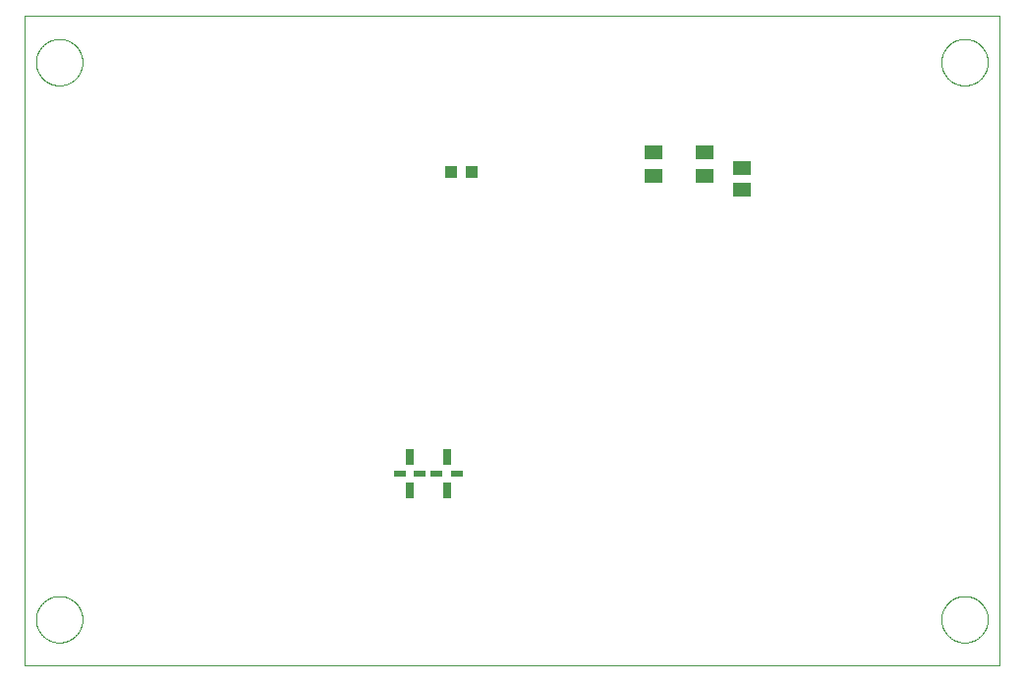
<source format=gbp>
G75*
%MOIN*%
%OFA0B0*%
%FSLAX25Y25*%
%IPPOS*%
%LPD*%
%AMOC8*
5,1,8,0,0,1.08239X$1,22.5*
%
%ADD10C,0.00004*%
%ADD11R,0.06299X0.05118*%
%ADD12R,0.04331X0.03937*%
%ADD13R,0.03150X0.05512*%
%ADD14R,0.04331X0.02362*%
%ADD15R,0.05906X0.05118*%
D10*
X0008565Y0001698D02*
X0008565Y0222171D01*
X0339274Y0222171D01*
X0339274Y0001698D01*
X0008565Y0001698D01*
X0012502Y0017446D02*
X0012504Y0017639D01*
X0012511Y0017832D01*
X0012523Y0018025D01*
X0012540Y0018218D01*
X0012561Y0018410D01*
X0012587Y0018601D01*
X0012618Y0018792D01*
X0012653Y0018982D01*
X0012693Y0019171D01*
X0012738Y0019359D01*
X0012787Y0019546D01*
X0012841Y0019732D01*
X0012899Y0019916D01*
X0012962Y0020099D01*
X0013030Y0020280D01*
X0013101Y0020459D01*
X0013178Y0020637D01*
X0013258Y0020813D01*
X0013343Y0020986D01*
X0013432Y0021158D01*
X0013525Y0021327D01*
X0013622Y0021494D01*
X0013724Y0021659D01*
X0013829Y0021821D01*
X0013938Y0021980D01*
X0014052Y0022137D01*
X0014169Y0022290D01*
X0014289Y0022441D01*
X0014414Y0022589D01*
X0014542Y0022734D01*
X0014673Y0022875D01*
X0014808Y0023014D01*
X0014947Y0023149D01*
X0015088Y0023280D01*
X0015233Y0023408D01*
X0015381Y0023533D01*
X0015532Y0023653D01*
X0015685Y0023770D01*
X0015842Y0023884D01*
X0016001Y0023993D01*
X0016163Y0024098D01*
X0016328Y0024200D01*
X0016495Y0024297D01*
X0016664Y0024390D01*
X0016836Y0024479D01*
X0017009Y0024564D01*
X0017185Y0024644D01*
X0017363Y0024721D01*
X0017542Y0024792D01*
X0017723Y0024860D01*
X0017906Y0024923D01*
X0018090Y0024981D01*
X0018276Y0025035D01*
X0018463Y0025084D01*
X0018651Y0025129D01*
X0018840Y0025169D01*
X0019030Y0025204D01*
X0019221Y0025235D01*
X0019412Y0025261D01*
X0019604Y0025282D01*
X0019797Y0025299D01*
X0019990Y0025311D01*
X0020183Y0025318D01*
X0020376Y0025320D01*
X0020569Y0025318D01*
X0020762Y0025311D01*
X0020955Y0025299D01*
X0021148Y0025282D01*
X0021340Y0025261D01*
X0021531Y0025235D01*
X0021722Y0025204D01*
X0021912Y0025169D01*
X0022101Y0025129D01*
X0022289Y0025084D01*
X0022476Y0025035D01*
X0022662Y0024981D01*
X0022846Y0024923D01*
X0023029Y0024860D01*
X0023210Y0024792D01*
X0023389Y0024721D01*
X0023567Y0024644D01*
X0023743Y0024564D01*
X0023916Y0024479D01*
X0024088Y0024390D01*
X0024257Y0024297D01*
X0024424Y0024200D01*
X0024589Y0024098D01*
X0024751Y0023993D01*
X0024910Y0023884D01*
X0025067Y0023770D01*
X0025220Y0023653D01*
X0025371Y0023533D01*
X0025519Y0023408D01*
X0025664Y0023280D01*
X0025805Y0023149D01*
X0025944Y0023014D01*
X0026079Y0022875D01*
X0026210Y0022734D01*
X0026338Y0022589D01*
X0026463Y0022441D01*
X0026583Y0022290D01*
X0026700Y0022137D01*
X0026814Y0021980D01*
X0026923Y0021821D01*
X0027028Y0021659D01*
X0027130Y0021494D01*
X0027227Y0021327D01*
X0027320Y0021158D01*
X0027409Y0020986D01*
X0027494Y0020813D01*
X0027574Y0020637D01*
X0027651Y0020459D01*
X0027722Y0020280D01*
X0027790Y0020099D01*
X0027853Y0019916D01*
X0027911Y0019732D01*
X0027965Y0019546D01*
X0028014Y0019359D01*
X0028059Y0019171D01*
X0028099Y0018982D01*
X0028134Y0018792D01*
X0028165Y0018601D01*
X0028191Y0018410D01*
X0028212Y0018218D01*
X0028229Y0018025D01*
X0028241Y0017832D01*
X0028248Y0017639D01*
X0028250Y0017446D01*
X0028248Y0017253D01*
X0028241Y0017060D01*
X0028229Y0016867D01*
X0028212Y0016674D01*
X0028191Y0016482D01*
X0028165Y0016291D01*
X0028134Y0016100D01*
X0028099Y0015910D01*
X0028059Y0015721D01*
X0028014Y0015533D01*
X0027965Y0015346D01*
X0027911Y0015160D01*
X0027853Y0014976D01*
X0027790Y0014793D01*
X0027722Y0014612D01*
X0027651Y0014433D01*
X0027574Y0014255D01*
X0027494Y0014079D01*
X0027409Y0013906D01*
X0027320Y0013734D01*
X0027227Y0013565D01*
X0027130Y0013398D01*
X0027028Y0013233D01*
X0026923Y0013071D01*
X0026814Y0012912D01*
X0026700Y0012755D01*
X0026583Y0012602D01*
X0026463Y0012451D01*
X0026338Y0012303D01*
X0026210Y0012158D01*
X0026079Y0012017D01*
X0025944Y0011878D01*
X0025805Y0011743D01*
X0025664Y0011612D01*
X0025519Y0011484D01*
X0025371Y0011359D01*
X0025220Y0011239D01*
X0025067Y0011122D01*
X0024910Y0011008D01*
X0024751Y0010899D01*
X0024589Y0010794D01*
X0024424Y0010692D01*
X0024257Y0010595D01*
X0024088Y0010502D01*
X0023916Y0010413D01*
X0023743Y0010328D01*
X0023567Y0010248D01*
X0023389Y0010171D01*
X0023210Y0010100D01*
X0023029Y0010032D01*
X0022846Y0009969D01*
X0022662Y0009911D01*
X0022476Y0009857D01*
X0022289Y0009808D01*
X0022101Y0009763D01*
X0021912Y0009723D01*
X0021722Y0009688D01*
X0021531Y0009657D01*
X0021340Y0009631D01*
X0021148Y0009610D01*
X0020955Y0009593D01*
X0020762Y0009581D01*
X0020569Y0009574D01*
X0020376Y0009572D01*
X0020183Y0009574D01*
X0019990Y0009581D01*
X0019797Y0009593D01*
X0019604Y0009610D01*
X0019412Y0009631D01*
X0019221Y0009657D01*
X0019030Y0009688D01*
X0018840Y0009723D01*
X0018651Y0009763D01*
X0018463Y0009808D01*
X0018276Y0009857D01*
X0018090Y0009911D01*
X0017906Y0009969D01*
X0017723Y0010032D01*
X0017542Y0010100D01*
X0017363Y0010171D01*
X0017185Y0010248D01*
X0017009Y0010328D01*
X0016836Y0010413D01*
X0016664Y0010502D01*
X0016495Y0010595D01*
X0016328Y0010692D01*
X0016163Y0010794D01*
X0016001Y0010899D01*
X0015842Y0011008D01*
X0015685Y0011122D01*
X0015532Y0011239D01*
X0015381Y0011359D01*
X0015233Y0011484D01*
X0015088Y0011612D01*
X0014947Y0011743D01*
X0014808Y0011878D01*
X0014673Y0012017D01*
X0014542Y0012158D01*
X0014414Y0012303D01*
X0014289Y0012451D01*
X0014169Y0012602D01*
X0014052Y0012755D01*
X0013938Y0012912D01*
X0013829Y0013071D01*
X0013724Y0013233D01*
X0013622Y0013398D01*
X0013525Y0013565D01*
X0013432Y0013734D01*
X0013343Y0013906D01*
X0013258Y0014079D01*
X0013178Y0014255D01*
X0013101Y0014433D01*
X0013030Y0014612D01*
X0012962Y0014793D01*
X0012899Y0014976D01*
X0012841Y0015160D01*
X0012787Y0015346D01*
X0012738Y0015533D01*
X0012693Y0015721D01*
X0012653Y0015910D01*
X0012618Y0016100D01*
X0012587Y0016291D01*
X0012561Y0016482D01*
X0012540Y0016674D01*
X0012523Y0016867D01*
X0012511Y0017060D01*
X0012504Y0017253D01*
X0012502Y0017446D01*
X0012502Y0206423D02*
X0012504Y0206616D01*
X0012511Y0206809D01*
X0012523Y0207002D01*
X0012540Y0207195D01*
X0012561Y0207387D01*
X0012587Y0207578D01*
X0012618Y0207769D01*
X0012653Y0207959D01*
X0012693Y0208148D01*
X0012738Y0208336D01*
X0012787Y0208523D01*
X0012841Y0208709D01*
X0012899Y0208893D01*
X0012962Y0209076D01*
X0013030Y0209257D01*
X0013101Y0209436D01*
X0013178Y0209614D01*
X0013258Y0209790D01*
X0013343Y0209963D01*
X0013432Y0210135D01*
X0013525Y0210304D01*
X0013622Y0210471D01*
X0013724Y0210636D01*
X0013829Y0210798D01*
X0013938Y0210957D01*
X0014052Y0211114D01*
X0014169Y0211267D01*
X0014289Y0211418D01*
X0014414Y0211566D01*
X0014542Y0211711D01*
X0014673Y0211852D01*
X0014808Y0211991D01*
X0014947Y0212126D01*
X0015088Y0212257D01*
X0015233Y0212385D01*
X0015381Y0212510D01*
X0015532Y0212630D01*
X0015685Y0212747D01*
X0015842Y0212861D01*
X0016001Y0212970D01*
X0016163Y0213075D01*
X0016328Y0213177D01*
X0016495Y0213274D01*
X0016664Y0213367D01*
X0016836Y0213456D01*
X0017009Y0213541D01*
X0017185Y0213621D01*
X0017363Y0213698D01*
X0017542Y0213769D01*
X0017723Y0213837D01*
X0017906Y0213900D01*
X0018090Y0213958D01*
X0018276Y0214012D01*
X0018463Y0214061D01*
X0018651Y0214106D01*
X0018840Y0214146D01*
X0019030Y0214181D01*
X0019221Y0214212D01*
X0019412Y0214238D01*
X0019604Y0214259D01*
X0019797Y0214276D01*
X0019990Y0214288D01*
X0020183Y0214295D01*
X0020376Y0214297D01*
X0020569Y0214295D01*
X0020762Y0214288D01*
X0020955Y0214276D01*
X0021148Y0214259D01*
X0021340Y0214238D01*
X0021531Y0214212D01*
X0021722Y0214181D01*
X0021912Y0214146D01*
X0022101Y0214106D01*
X0022289Y0214061D01*
X0022476Y0214012D01*
X0022662Y0213958D01*
X0022846Y0213900D01*
X0023029Y0213837D01*
X0023210Y0213769D01*
X0023389Y0213698D01*
X0023567Y0213621D01*
X0023743Y0213541D01*
X0023916Y0213456D01*
X0024088Y0213367D01*
X0024257Y0213274D01*
X0024424Y0213177D01*
X0024589Y0213075D01*
X0024751Y0212970D01*
X0024910Y0212861D01*
X0025067Y0212747D01*
X0025220Y0212630D01*
X0025371Y0212510D01*
X0025519Y0212385D01*
X0025664Y0212257D01*
X0025805Y0212126D01*
X0025944Y0211991D01*
X0026079Y0211852D01*
X0026210Y0211711D01*
X0026338Y0211566D01*
X0026463Y0211418D01*
X0026583Y0211267D01*
X0026700Y0211114D01*
X0026814Y0210957D01*
X0026923Y0210798D01*
X0027028Y0210636D01*
X0027130Y0210471D01*
X0027227Y0210304D01*
X0027320Y0210135D01*
X0027409Y0209963D01*
X0027494Y0209790D01*
X0027574Y0209614D01*
X0027651Y0209436D01*
X0027722Y0209257D01*
X0027790Y0209076D01*
X0027853Y0208893D01*
X0027911Y0208709D01*
X0027965Y0208523D01*
X0028014Y0208336D01*
X0028059Y0208148D01*
X0028099Y0207959D01*
X0028134Y0207769D01*
X0028165Y0207578D01*
X0028191Y0207387D01*
X0028212Y0207195D01*
X0028229Y0207002D01*
X0028241Y0206809D01*
X0028248Y0206616D01*
X0028250Y0206423D01*
X0028248Y0206230D01*
X0028241Y0206037D01*
X0028229Y0205844D01*
X0028212Y0205651D01*
X0028191Y0205459D01*
X0028165Y0205268D01*
X0028134Y0205077D01*
X0028099Y0204887D01*
X0028059Y0204698D01*
X0028014Y0204510D01*
X0027965Y0204323D01*
X0027911Y0204137D01*
X0027853Y0203953D01*
X0027790Y0203770D01*
X0027722Y0203589D01*
X0027651Y0203410D01*
X0027574Y0203232D01*
X0027494Y0203056D01*
X0027409Y0202883D01*
X0027320Y0202711D01*
X0027227Y0202542D01*
X0027130Y0202375D01*
X0027028Y0202210D01*
X0026923Y0202048D01*
X0026814Y0201889D01*
X0026700Y0201732D01*
X0026583Y0201579D01*
X0026463Y0201428D01*
X0026338Y0201280D01*
X0026210Y0201135D01*
X0026079Y0200994D01*
X0025944Y0200855D01*
X0025805Y0200720D01*
X0025664Y0200589D01*
X0025519Y0200461D01*
X0025371Y0200336D01*
X0025220Y0200216D01*
X0025067Y0200099D01*
X0024910Y0199985D01*
X0024751Y0199876D01*
X0024589Y0199771D01*
X0024424Y0199669D01*
X0024257Y0199572D01*
X0024088Y0199479D01*
X0023916Y0199390D01*
X0023743Y0199305D01*
X0023567Y0199225D01*
X0023389Y0199148D01*
X0023210Y0199077D01*
X0023029Y0199009D01*
X0022846Y0198946D01*
X0022662Y0198888D01*
X0022476Y0198834D01*
X0022289Y0198785D01*
X0022101Y0198740D01*
X0021912Y0198700D01*
X0021722Y0198665D01*
X0021531Y0198634D01*
X0021340Y0198608D01*
X0021148Y0198587D01*
X0020955Y0198570D01*
X0020762Y0198558D01*
X0020569Y0198551D01*
X0020376Y0198549D01*
X0020183Y0198551D01*
X0019990Y0198558D01*
X0019797Y0198570D01*
X0019604Y0198587D01*
X0019412Y0198608D01*
X0019221Y0198634D01*
X0019030Y0198665D01*
X0018840Y0198700D01*
X0018651Y0198740D01*
X0018463Y0198785D01*
X0018276Y0198834D01*
X0018090Y0198888D01*
X0017906Y0198946D01*
X0017723Y0199009D01*
X0017542Y0199077D01*
X0017363Y0199148D01*
X0017185Y0199225D01*
X0017009Y0199305D01*
X0016836Y0199390D01*
X0016664Y0199479D01*
X0016495Y0199572D01*
X0016328Y0199669D01*
X0016163Y0199771D01*
X0016001Y0199876D01*
X0015842Y0199985D01*
X0015685Y0200099D01*
X0015532Y0200216D01*
X0015381Y0200336D01*
X0015233Y0200461D01*
X0015088Y0200589D01*
X0014947Y0200720D01*
X0014808Y0200855D01*
X0014673Y0200994D01*
X0014542Y0201135D01*
X0014414Y0201280D01*
X0014289Y0201428D01*
X0014169Y0201579D01*
X0014052Y0201732D01*
X0013938Y0201889D01*
X0013829Y0202048D01*
X0013724Y0202210D01*
X0013622Y0202375D01*
X0013525Y0202542D01*
X0013432Y0202711D01*
X0013343Y0202883D01*
X0013258Y0203056D01*
X0013178Y0203232D01*
X0013101Y0203410D01*
X0013030Y0203589D01*
X0012962Y0203770D01*
X0012899Y0203953D01*
X0012841Y0204137D01*
X0012787Y0204323D01*
X0012738Y0204510D01*
X0012693Y0204698D01*
X0012653Y0204887D01*
X0012618Y0205077D01*
X0012587Y0205268D01*
X0012561Y0205459D01*
X0012540Y0205651D01*
X0012523Y0205844D01*
X0012511Y0206037D01*
X0012504Y0206230D01*
X0012502Y0206423D01*
X0319589Y0206423D02*
X0319591Y0206616D01*
X0319598Y0206809D01*
X0319610Y0207002D01*
X0319627Y0207195D01*
X0319648Y0207387D01*
X0319674Y0207578D01*
X0319705Y0207769D01*
X0319740Y0207959D01*
X0319780Y0208148D01*
X0319825Y0208336D01*
X0319874Y0208523D01*
X0319928Y0208709D01*
X0319986Y0208893D01*
X0320049Y0209076D01*
X0320117Y0209257D01*
X0320188Y0209436D01*
X0320265Y0209614D01*
X0320345Y0209790D01*
X0320430Y0209963D01*
X0320519Y0210135D01*
X0320612Y0210304D01*
X0320709Y0210471D01*
X0320811Y0210636D01*
X0320916Y0210798D01*
X0321025Y0210957D01*
X0321139Y0211114D01*
X0321256Y0211267D01*
X0321376Y0211418D01*
X0321501Y0211566D01*
X0321629Y0211711D01*
X0321760Y0211852D01*
X0321895Y0211991D01*
X0322034Y0212126D01*
X0322175Y0212257D01*
X0322320Y0212385D01*
X0322468Y0212510D01*
X0322619Y0212630D01*
X0322772Y0212747D01*
X0322929Y0212861D01*
X0323088Y0212970D01*
X0323250Y0213075D01*
X0323415Y0213177D01*
X0323582Y0213274D01*
X0323751Y0213367D01*
X0323923Y0213456D01*
X0324096Y0213541D01*
X0324272Y0213621D01*
X0324450Y0213698D01*
X0324629Y0213769D01*
X0324810Y0213837D01*
X0324993Y0213900D01*
X0325177Y0213958D01*
X0325363Y0214012D01*
X0325550Y0214061D01*
X0325738Y0214106D01*
X0325927Y0214146D01*
X0326117Y0214181D01*
X0326308Y0214212D01*
X0326499Y0214238D01*
X0326691Y0214259D01*
X0326884Y0214276D01*
X0327077Y0214288D01*
X0327270Y0214295D01*
X0327463Y0214297D01*
X0327656Y0214295D01*
X0327849Y0214288D01*
X0328042Y0214276D01*
X0328235Y0214259D01*
X0328427Y0214238D01*
X0328618Y0214212D01*
X0328809Y0214181D01*
X0328999Y0214146D01*
X0329188Y0214106D01*
X0329376Y0214061D01*
X0329563Y0214012D01*
X0329749Y0213958D01*
X0329933Y0213900D01*
X0330116Y0213837D01*
X0330297Y0213769D01*
X0330476Y0213698D01*
X0330654Y0213621D01*
X0330830Y0213541D01*
X0331003Y0213456D01*
X0331175Y0213367D01*
X0331344Y0213274D01*
X0331511Y0213177D01*
X0331676Y0213075D01*
X0331838Y0212970D01*
X0331997Y0212861D01*
X0332154Y0212747D01*
X0332307Y0212630D01*
X0332458Y0212510D01*
X0332606Y0212385D01*
X0332751Y0212257D01*
X0332892Y0212126D01*
X0333031Y0211991D01*
X0333166Y0211852D01*
X0333297Y0211711D01*
X0333425Y0211566D01*
X0333550Y0211418D01*
X0333670Y0211267D01*
X0333787Y0211114D01*
X0333901Y0210957D01*
X0334010Y0210798D01*
X0334115Y0210636D01*
X0334217Y0210471D01*
X0334314Y0210304D01*
X0334407Y0210135D01*
X0334496Y0209963D01*
X0334581Y0209790D01*
X0334661Y0209614D01*
X0334738Y0209436D01*
X0334809Y0209257D01*
X0334877Y0209076D01*
X0334940Y0208893D01*
X0334998Y0208709D01*
X0335052Y0208523D01*
X0335101Y0208336D01*
X0335146Y0208148D01*
X0335186Y0207959D01*
X0335221Y0207769D01*
X0335252Y0207578D01*
X0335278Y0207387D01*
X0335299Y0207195D01*
X0335316Y0207002D01*
X0335328Y0206809D01*
X0335335Y0206616D01*
X0335337Y0206423D01*
X0335335Y0206230D01*
X0335328Y0206037D01*
X0335316Y0205844D01*
X0335299Y0205651D01*
X0335278Y0205459D01*
X0335252Y0205268D01*
X0335221Y0205077D01*
X0335186Y0204887D01*
X0335146Y0204698D01*
X0335101Y0204510D01*
X0335052Y0204323D01*
X0334998Y0204137D01*
X0334940Y0203953D01*
X0334877Y0203770D01*
X0334809Y0203589D01*
X0334738Y0203410D01*
X0334661Y0203232D01*
X0334581Y0203056D01*
X0334496Y0202883D01*
X0334407Y0202711D01*
X0334314Y0202542D01*
X0334217Y0202375D01*
X0334115Y0202210D01*
X0334010Y0202048D01*
X0333901Y0201889D01*
X0333787Y0201732D01*
X0333670Y0201579D01*
X0333550Y0201428D01*
X0333425Y0201280D01*
X0333297Y0201135D01*
X0333166Y0200994D01*
X0333031Y0200855D01*
X0332892Y0200720D01*
X0332751Y0200589D01*
X0332606Y0200461D01*
X0332458Y0200336D01*
X0332307Y0200216D01*
X0332154Y0200099D01*
X0331997Y0199985D01*
X0331838Y0199876D01*
X0331676Y0199771D01*
X0331511Y0199669D01*
X0331344Y0199572D01*
X0331175Y0199479D01*
X0331003Y0199390D01*
X0330830Y0199305D01*
X0330654Y0199225D01*
X0330476Y0199148D01*
X0330297Y0199077D01*
X0330116Y0199009D01*
X0329933Y0198946D01*
X0329749Y0198888D01*
X0329563Y0198834D01*
X0329376Y0198785D01*
X0329188Y0198740D01*
X0328999Y0198700D01*
X0328809Y0198665D01*
X0328618Y0198634D01*
X0328427Y0198608D01*
X0328235Y0198587D01*
X0328042Y0198570D01*
X0327849Y0198558D01*
X0327656Y0198551D01*
X0327463Y0198549D01*
X0327270Y0198551D01*
X0327077Y0198558D01*
X0326884Y0198570D01*
X0326691Y0198587D01*
X0326499Y0198608D01*
X0326308Y0198634D01*
X0326117Y0198665D01*
X0325927Y0198700D01*
X0325738Y0198740D01*
X0325550Y0198785D01*
X0325363Y0198834D01*
X0325177Y0198888D01*
X0324993Y0198946D01*
X0324810Y0199009D01*
X0324629Y0199077D01*
X0324450Y0199148D01*
X0324272Y0199225D01*
X0324096Y0199305D01*
X0323923Y0199390D01*
X0323751Y0199479D01*
X0323582Y0199572D01*
X0323415Y0199669D01*
X0323250Y0199771D01*
X0323088Y0199876D01*
X0322929Y0199985D01*
X0322772Y0200099D01*
X0322619Y0200216D01*
X0322468Y0200336D01*
X0322320Y0200461D01*
X0322175Y0200589D01*
X0322034Y0200720D01*
X0321895Y0200855D01*
X0321760Y0200994D01*
X0321629Y0201135D01*
X0321501Y0201280D01*
X0321376Y0201428D01*
X0321256Y0201579D01*
X0321139Y0201732D01*
X0321025Y0201889D01*
X0320916Y0202048D01*
X0320811Y0202210D01*
X0320709Y0202375D01*
X0320612Y0202542D01*
X0320519Y0202711D01*
X0320430Y0202883D01*
X0320345Y0203056D01*
X0320265Y0203232D01*
X0320188Y0203410D01*
X0320117Y0203589D01*
X0320049Y0203770D01*
X0319986Y0203953D01*
X0319928Y0204137D01*
X0319874Y0204323D01*
X0319825Y0204510D01*
X0319780Y0204698D01*
X0319740Y0204887D01*
X0319705Y0205077D01*
X0319674Y0205268D01*
X0319648Y0205459D01*
X0319627Y0205651D01*
X0319610Y0205844D01*
X0319598Y0206037D01*
X0319591Y0206230D01*
X0319589Y0206423D01*
X0319589Y0017446D02*
X0319591Y0017639D01*
X0319598Y0017832D01*
X0319610Y0018025D01*
X0319627Y0018218D01*
X0319648Y0018410D01*
X0319674Y0018601D01*
X0319705Y0018792D01*
X0319740Y0018982D01*
X0319780Y0019171D01*
X0319825Y0019359D01*
X0319874Y0019546D01*
X0319928Y0019732D01*
X0319986Y0019916D01*
X0320049Y0020099D01*
X0320117Y0020280D01*
X0320188Y0020459D01*
X0320265Y0020637D01*
X0320345Y0020813D01*
X0320430Y0020986D01*
X0320519Y0021158D01*
X0320612Y0021327D01*
X0320709Y0021494D01*
X0320811Y0021659D01*
X0320916Y0021821D01*
X0321025Y0021980D01*
X0321139Y0022137D01*
X0321256Y0022290D01*
X0321376Y0022441D01*
X0321501Y0022589D01*
X0321629Y0022734D01*
X0321760Y0022875D01*
X0321895Y0023014D01*
X0322034Y0023149D01*
X0322175Y0023280D01*
X0322320Y0023408D01*
X0322468Y0023533D01*
X0322619Y0023653D01*
X0322772Y0023770D01*
X0322929Y0023884D01*
X0323088Y0023993D01*
X0323250Y0024098D01*
X0323415Y0024200D01*
X0323582Y0024297D01*
X0323751Y0024390D01*
X0323923Y0024479D01*
X0324096Y0024564D01*
X0324272Y0024644D01*
X0324450Y0024721D01*
X0324629Y0024792D01*
X0324810Y0024860D01*
X0324993Y0024923D01*
X0325177Y0024981D01*
X0325363Y0025035D01*
X0325550Y0025084D01*
X0325738Y0025129D01*
X0325927Y0025169D01*
X0326117Y0025204D01*
X0326308Y0025235D01*
X0326499Y0025261D01*
X0326691Y0025282D01*
X0326884Y0025299D01*
X0327077Y0025311D01*
X0327270Y0025318D01*
X0327463Y0025320D01*
X0327656Y0025318D01*
X0327849Y0025311D01*
X0328042Y0025299D01*
X0328235Y0025282D01*
X0328427Y0025261D01*
X0328618Y0025235D01*
X0328809Y0025204D01*
X0328999Y0025169D01*
X0329188Y0025129D01*
X0329376Y0025084D01*
X0329563Y0025035D01*
X0329749Y0024981D01*
X0329933Y0024923D01*
X0330116Y0024860D01*
X0330297Y0024792D01*
X0330476Y0024721D01*
X0330654Y0024644D01*
X0330830Y0024564D01*
X0331003Y0024479D01*
X0331175Y0024390D01*
X0331344Y0024297D01*
X0331511Y0024200D01*
X0331676Y0024098D01*
X0331838Y0023993D01*
X0331997Y0023884D01*
X0332154Y0023770D01*
X0332307Y0023653D01*
X0332458Y0023533D01*
X0332606Y0023408D01*
X0332751Y0023280D01*
X0332892Y0023149D01*
X0333031Y0023014D01*
X0333166Y0022875D01*
X0333297Y0022734D01*
X0333425Y0022589D01*
X0333550Y0022441D01*
X0333670Y0022290D01*
X0333787Y0022137D01*
X0333901Y0021980D01*
X0334010Y0021821D01*
X0334115Y0021659D01*
X0334217Y0021494D01*
X0334314Y0021327D01*
X0334407Y0021158D01*
X0334496Y0020986D01*
X0334581Y0020813D01*
X0334661Y0020637D01*
X0334738Y0020459D01*
X0334809Y0020280D01*
X0334877Y0020099D01*
X0334940Y0019916D01*
X0334998Y0019732D01*
X0335052Y0019546D01*
X0335101Y0019359D01*
X0335146Y0019171D01*
X0335186Y0018982D01*
X0335221Y0018792D01*
X0335252Y0018601D01*
X0335278Y0018410D01*
X0335299Y0018218D01*
X0335316Y0018025D01*
X0335328Y0017832D01*
X0335335Y0017639D01*
X0335337Y0017446D01*
X0335335Y0017253D01*
X0335328Y0017060D01*
X0335316Y0016867D01*
X0335299Y0016674D01*
X0335278Y0016482D01*
X0335252Y0016291D01*
X0335221Y0016100D01*
X0335186Y0015910D01*
X0335146Y0015721D01*
X0335101Y0015533D01*
X0335052Y0015346D01*
X0334998Y0015160D01*
X0334940Y0014976D01*
X0334877Y0014793D01*
X0334809Y0014612D01*
X0334738Y0014433D01*
X0334661Y0014255D01*
X0334581Y0014079D01*
X0334496Y0013906D01*
X0334407Y0013734D01*
X0334314Y0013565D01*
X0334217Y0013398D01*
X0334115Y0013233D01*
X0334010Y0013071D01*
X0333901Y0012912D01*
X0333787Y0012755D01*
X0333670Y0012602D01*
X0333550Y0012451D01*
X0333425Y0012303D01*
X0333297Y0012158D01*
X0333166Y0012017D01*
X0333031Y0011878D01*
X0332892Y0011743D01*
X0332751Y0011612D01*
X0332606Y0011484D01*
X0332458Y0011359D01*
X0332307Y0011239D01*
X0332154Y0011122D01*
X0331997Y0011008D01*
X0331838Y0010899D01*
X0331676Y0010794D01*
X0331511Y0010692D01*
X0331344Y0010595D01*
X0331175Y0010502D01*
X0331003Y0010413D01*
X0330830Y0010328D01*
X0330654Y0010248D01*
X0330476Y0010171D01*
X0330297Y0010100D01*
X0330116Y0010032D01*
X0329933Y0009969D01*
X0329749Y0009911D01*
X0329563Y0009857D01*
X0329376Y0009808D01*
X0329188Y0009763D01*
X0328999Y0009723D01*
X0328809Y0009688D01*
X0328618Y0009657D01*
X0328427Y0009631D01*
X0328235Y0009610D01*
X0328042Y0009593D01*
X0327849Y0009581D01*
X0327656Y0009574D01*
X0327463Y0009572D01*
X0327270Y0009574D01*
X0327077Y0009581D01*
X0326884Y0009593D01*
X0326691Y0009610D01*
X0326499Y0009631D01*
X0326308Y0009657D01*
X0326117Y0009688D01*
X0325927Y0009723D01*
X0325738Y0009763D01*
X0325550Y0009808D01*
X0325363Y0009857D01*
X0325177Y0009911D01*
X0324993Y0009969D01*
X0324810Y0010032D01*
X0324629Y0010100D01*
X0324450Y0010171D01*
X0324272Y0010248D01*
X0324096Y0010328D01*
X0323923Y0010413D01*
X0323751Y0010502D01*
X0323582Y0010595D01*
X0323415Y0010692D01*
X0323250Y0010794D01*
X0323088Y0010899D01*
X0322929Y0011008D01*
X0322772Y0011122D01*
X0322619Y0011239D01*
X0322468Y0011359D01*
X0322320Y0011484D01*
X0322175Y0011612D01*
X0322034Y0011743D01*
X0321895Y0011878D01*
X0321760Y0012017D01*
X0321629Y0012158D01*
X0321501Y0012303D01*
X0321376Y0012451D01*
X0321256Y0012602D01*
X0321139Y0012755D01*
X0321025Y0012912D01*
X0320916Y0013071D01*
X0320811Y0013233D01*
X0320709Y0013398D01*
X0320612Y0013565D01*
X0320519Y0013734D01*
X0320430Y0013906D01*
X0320345Y0014079D01*
X0320265Y0014255D01*
X0320188Y0014433D01*
X0320117Y0014612D01*
X0320049Y0014793D01*
X0319986Y0014976D01*
X0319928Y0015160D01*
X0319874Y0015346D01*
X0319825Y0015533D01*
X0319780Y0015721D01*
X0319740Y0015910D01*
X0319705Y0016100D01*
X0319674Y0016291D01*
X0319648Y0016482D01*
X0319627Y0016674D01*
X0319610Y0016867D01*
X0319598Y0017060D01*
X0319591Y0017253D01*
X0319589Y0017446D01*
D11*
X0239300Y0167863D03*
X0239300Y0175737D03*
X0221800Y0175737D03*
X0221800Y0167863D03*
D12*
X0160146Y0169300D03*
X0153454Y0169300D03*
D13*
X0151800Y0072410D03*
X0139300Y0072410D03*
X0139300Y0061190D03*
X0151800Y0061190D03*
D14*
X0148454Y0066800D03*
X0142646Y0066800D03*
X0135954Y0066800D03*
X0155146Y0066800D03*
D15*
X0251800Y0163060D03*
X0251800Y0170540D03*
M02*

</source>
